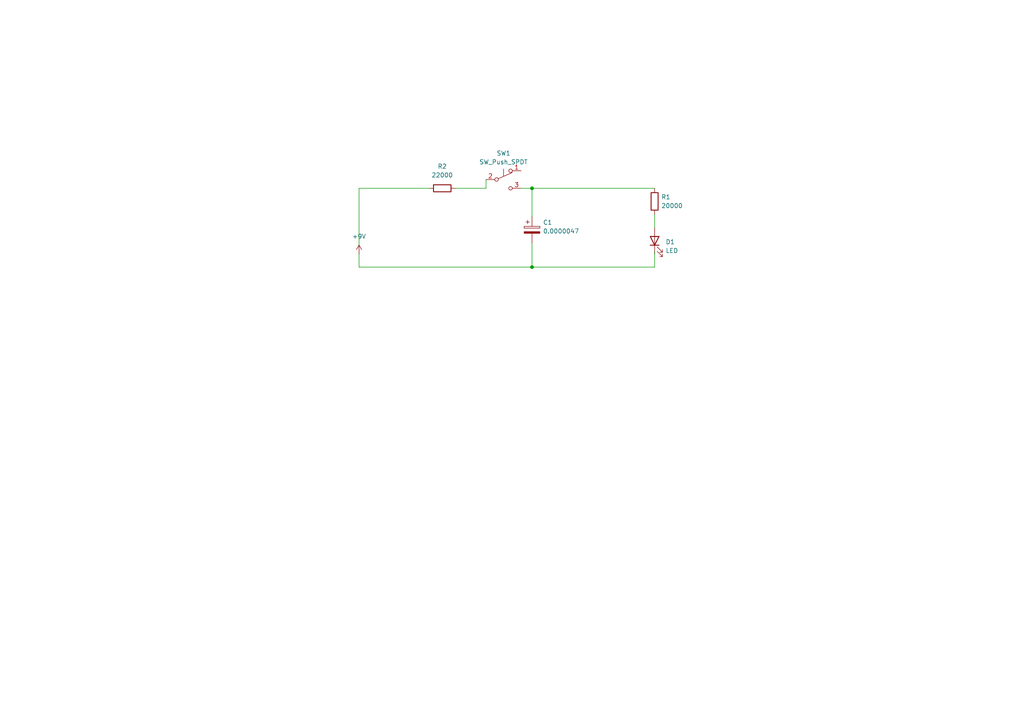
<source format=kicad_sch>
(kicad_sch (version 20230121) (generator eeschema)
  (paper "A4")
  (lib_symbols
    (symbol "Device:C_Polarized" (pin_numbers hide) (pin_names (offset 0.254))
      (property "Reference" "C" (at 0.635 2.54 0))
      (property "Value" "C_Polarized" (at 0.635 -2.54 0))
      (symbol "C_Polarized_0_1"
        (rectangle (start -2.286 0.508) (end 2.286 1.016))
        (polyline (pts (xy -1.778 2.286) (xy -0.762 2.286)))
        (polyline (pts (xy -1.27 2.794) (xy -1.27 1.778)))
        (rectangle (start 2.286 -0.508) (end -2.286 -1.016) (fill (type outline)))
      )
      (symbol "C_Polarized_1_1"
        (pin passive line (at 0 3.81 270) (length 2.794) (name "~") (number "1"))
        (pin passive line (at 0 -3.81 90) (length 2.794) (name "~") (number "2"))
      )
    )
    (symbol "Device:LED" (pin_numbers hide) (pin_names (offset 1.016) hide)
      (property "Reference" "D" (at 0 2.54 0))
      (property "Value" "LED" (at 0 -2.54 0))
      (symbol "LED_0_1"
        (polyline (pts (xy -1.27 -1.27) (xy -1.27 1.27)) (stroke (width 0.254)))
        (polyline (pts (xy -1.27 0) (xy 1.27 0)))
        (polyline (pts (xy 1.27 -1.27) (xy 1.27 1.27) (xy -1.27 0) (xy 1.27 -1.27)) (stroke (width 0.254)))
        (polyline (pts (xy -3.048 -0.762) (xy -4.572 -2.286) (xy -3.81 -2.286) (xy -4.572 -2.286) (xy -4.572 -1.524)))
        (polyline (pts (xy -1.778 -0.762) (xy -3.302 -2.286) (xy -2.54 -2.286) (xy -3.302 -2.286) (xy -3.302 -1.524)))
      )
      (symbol "LED_1_1"
        (pin passive line (at -3.81 0 0) (length 2.54) (name "K") (number "1"))
        (pin passive line (at 3.81 0 180) (length 2.54) (name "A") (number "2"))
      )
    )
    (symbol "Device:R" (pin_numbers hide) (pin_names (offset 0))
      (property "Reference" "R" (at 2.032 0 90))
      (property "Value" "R" (at 0 0 90))
      (symbol "R_0_1"
        (rectangle (start -1.016 -2.54) (end 1.016 2.54) (stroke (width 0.254)))
      )
      (symbol "R_1_1"
        (pin passive line (at 0 3.81 270) (length 1.27) (name "~") (number "1"))
        (pin passive line (at 0 -3.81 90) (length 1.27) (name "~") (number "2"))
      )
    )
    (symbol "Switch:SW_Push_SPDT" (pin_names (offset 0) hide)
      (property "Reference" "SW" (at 0 4.318 0))
      (property "Value" "SW_Push_SPDT" (at 0 -5.08 0))
      (symbol "SW_Push_SPDT_0_0"
        (circle (center -2.032 0) (radius 0.508))
        (polyline (pts (xy 0 1.016) (xy 0 3.048)))
        (circle (center 2.032 -2.54) (radius 0.508))
      )
      (symbol "SW_Push_SPDT_0_1"
        (polyline (pts (xy -1.524 0.254) (xy 2.54 2.032)))
        (circle (center 2.032 2.54) (radius 0.508))
      )
      (symbol "SW_Push_SPDT_1_1"
        (pin passive line (at 5.08 2.54 180) (length 2.54) (name "A") (number "1"))
        (pin passive line (at -5.08 0 0) (length 2.54) (name "B") (number "2"))
        (pin passive line (at 5.08 -2.54 180) (length 2.54) (name "C") (number "3"))
      )
    )
    (symbol "power:+9V" (power) (pin_names (offset 0))
      (property "Value" "+9V" (at 0 3.556 0))
      (symbol "+9V_0_1"
        (polyline (pts (xy -0.762 1.27) (xy 0 2.54)))
        (polyline (pts (xy 0 0) (xy 0 2.54)))
        (polyline (pts (xy 0 2.54) (xy 0.762 1.27)))
      )
      (symbol "+9V_1_1"
        (pin power_in line (at 0 0 90) (length 0) hide (name "+9V") (number "1"))
      )
    )
  )
  (junction (at 154.305 77.47))
  (junction (at 154.305 54.61))
  (wire (pts (xy 151.13 54.61) (xy 154.305 54.61)))
  (wire (pts (xy 189.865 62.23) (xy 189.865 66.04)))
  (wire (pts (xy 132.08 54.61) (xy 140.97 54.61)))
  (wire (pts (xy 154.305 54.61) (xy 189.865 54.61)))
  (wire (pts (xy 154.305 77.47) (xy 189.865 77.47)))
  (wire (pts (xy 104.14 71.12) (xy 104.14 54.61)))
  (wire (pts (xy 189.865 73.025) (xy 189.865 77.47)))
  (wire (pts (xy 140.97 54.61) (xy 140.97 52.07)))
  (wire (pts (xy 104.14 73.66) (xy 104.14 77.47)))
  (wire (pts (xy 154.305 54.61) (xy 154.305 62.865)))
  (wire (pts (xy 154.305 70.485) (xy 154.305 77.47)))
  (wire (pts (xy 104.14 77.47) (xy 154.305 77.47)))
  (wire (pts (xy 104.14 54.61) (xy 124.46 54.61)))
  (symbol (lib_id "Device:R") (at 189.865 58.42 180) (unit 1)
    (property "Reference" "R1" (at 191.77 57.1499 0) (effects (justify right)))
    (property "Value" "20000" (at 191.77 59.6899 0) (effects (justify right)))
  )
  (symbol (lib_id "Device:R") (at 128.27 54.61 270) (unit 1)
    (property "Reference" "R2" (at 128.27 48.26 90))
    (property "Value" "22000" (at 128.27 50.8 90))
  )
  (symbol (lib_id "power:+9V") (at 104.14 73.66 0) (unit 1)
    (property "Reference" "#PWR02" (effects hide))
    (property "Value" "+9V" (at 104.14 68.58 0))
  )
  (symbol (lib_id "Device:LED") (at 189.865 69.85 90) (unit 1)
    (property "Reference" "D1" (at 193.04 70.1674 90) (effects (justify right)))
    (property "Value" "LED" (at 193.04 72.7074 90) (effects (justify right)))
  )
  (symbol (lib_id "Switch:SW_Push_SPDT") (at 146.05 52.07 0) (unit 1)
    (property "Reference" "SW1" (at 146.05 44.45 0))
    (property "Value" "SW_Push_SPDT" (at 146.05 46.99 0))
  )
  (symbol (lib_id "Device:C_Polarized") (at 154.305 66.675 0) (unit 1)
    (property "Reference" "C1" (at 157.48 64.5159 0) (effects (justify left)))
    (property "Value" "0.0000047" (at 157.48 67.0559 0) (effects (justify left)))
  )
)
</source>
